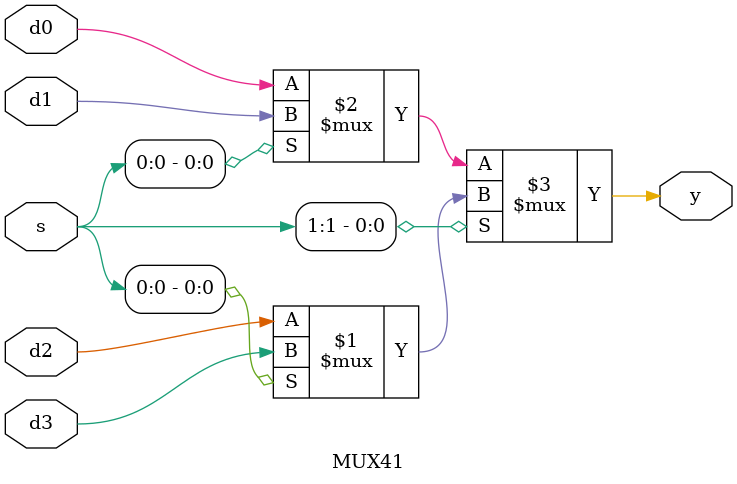
<source format=v>

module MUX41 #(parameter WIDTH = 1)( // Con "WIDTH" se indican el número de bits 
    input [WIDTH-1:0] d0, d1, d2, d3, // Entradas de "WIDTH" bits
    input [1:0] s, // Selector
    output [WIDTH-1:0] y // Salida de "WIDTH" bits
);
    
    // Lógica y salida del mux 4-1
    assign y = (s[1] ? (s[0] ? d3 : d2) : (s[0] ? d1 : d0));

endmodule
</source>
